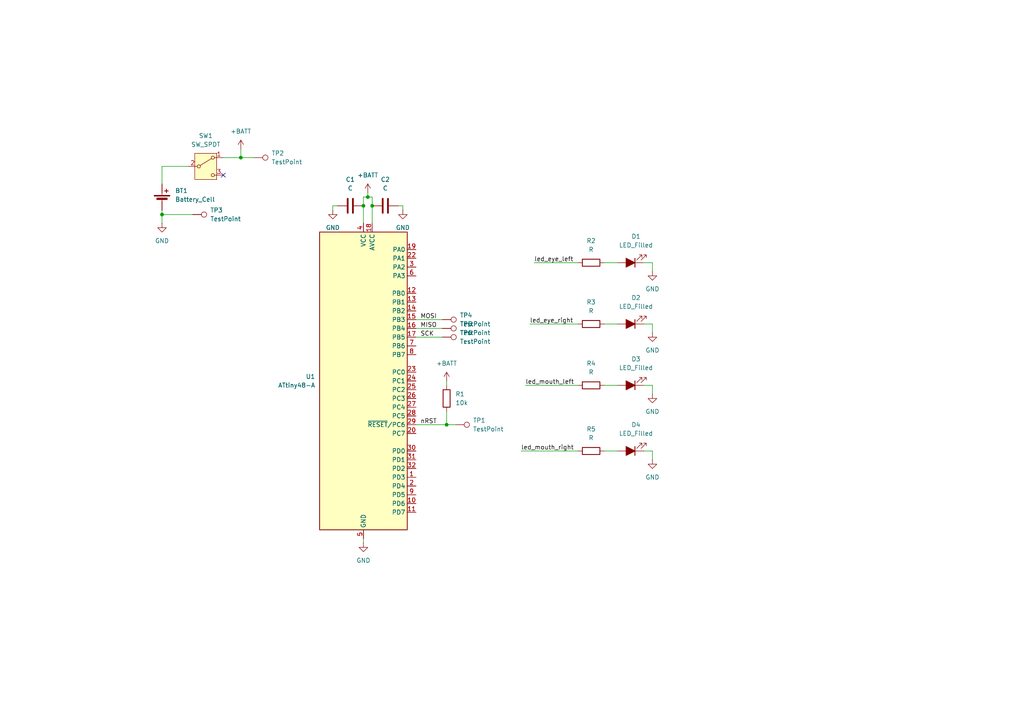
<source format=kicad_sch>
(kicad_sch (version 20231120) (generator "eeschema") (generator_version "8.0")
  (paper "A4")
  (lib_symbols
    (symbol "Connector:TestPoint" (pin_numbers hide) (pin_names (offset 0.762) hide)
      (property "Reference" "TP" (at 0 6.858 0))
      (property "Value" "TestPoint" (at 0 5.08 0))
      (symbol "TestPoint_0_1"
        (circle (center 0 3.302) (radius 0.762))
      )
      (symbol "TestPoint_1_1"
        (pin passive line (at 0 0 90) (length 2.54) (name "1") (number "1"))
      )
    )
    (symbol "Device:Battery_Cell" (pin_numbers hide) (pin_names (offset 0) hide)
      (property "Reference" "BT" (at 2.54 2.54 0))
      (property "Value" "Battery_Cell" (at 2.54 0 0))
      (symbol "Battery_Cell_0_1"
        (rectangle (start -2.286 1.778) (end 2.286 1.524) (fill (type outline)))
        (rectangle (start -1.524 1.016) (end 1.524 0.508) (fill (type outline)))
        (polyline (pts (xy 0 0.762) (xy 0 0)))
        (polyline (pts (xy 0 1.778) (xy 0 2.54)))
        (polyline (pts (xy 0.762 3.048) (xy 1.778 3.048)) (stroke (width 0.254)))
        (polyline (pts (xy 1.27 3.556) (xy 1.27 2.54)) (stroke (width 0.254)))
      )
      (symbol "Battery_Cell_1_1"
        (pin passive line (at 0 5.08 270) (length 2.54) (name "+") (number "1"))
        (pin passive line (at 0 -2.54 90) (length 2.54) (name "-") (number "2"))
      )
    )
    (symbol "Device:C" (pin_numbers hide) (pin_names (offset 0.254))
      (property "Reference" "C" (at 0.635 2.54 0))
      (property "Value" "C" (at 0.635 -2.54 0))
      (symbol "C_0_1"
        (polyline (pts (xy -2.032 -0.762) (xy 2.032 -0.762)) (stroke (width 0.508)))
        (polyline (pts (xy -2.032 0.762) (xy 2.032 0.762)) (stroke (width 0.508)))
      )
      (symbol "C_1_1"
        (pin passive line (at 0 3.81 270) (length 2.794) (name "~") (number "1"))
        (pin passive line (at 0 -3.81 90) (length 2.794) (name "~") (number "2"))
      )
    )
    (symbol "Device:LED_Filled" (pin_numbers hide) (pin_names (offset 1.016) hide)
      (property "Reference" "D" (at 0 2.54 0))
      (property "Value" "LED_Filled" (at 0 -2.54 0))
      (symbol "LED_Filled_0_1"
        (polyline (pts (xy -1.27 -1.27) (xy -1.27 1.27)) (stroke (width 0.254)))
        (polyline (pts (xy -1.27 0) (xy 1.27 0)))
        (polyline (pts (xy 1.27 -1.27) (xy 1.27 1.27) (xy -1.27 0) (xy 1.27 -1.27)) (stroke (width 0.254)) (fill (type outline)))
        (polyline (pts (xy -3.048 -0.762) (xy -4.572 -2.286) (xy -3.81 -2.286) (xy -4.572 -2.286) (xy -4.572 -1.524)))
        (polyline (pts (xy -1.778 -0.762) (xy -3.302 -2.286) (xy -2.54 -2.286) (xy -3.302 -2.286) (xy -3.302 -1.524)))
      )
      (symbol "LED_Filled_1_1"
        (pin passive line (at -3.81 0 0) (length 2.54) (name "K") (number "1"))
        (pin passive line (at 3.81 0 180) (length 2.54) (name "A") (number "2"))
      )
    )
    (symbol "Device:R" (pin_numbers hide) (pin_names (offset 0))
      (property "Reference" "R" (at 2.032 0 90))
      (property "Value" "R" (at 0 0 90))
      (symbol "R_0_1"
        (rectangle (start -1.016 -2.54) (end 1.016 2.54) (stroke (width 0.254)))
      )
      (symbol "R_1_1"
        (pin passive line (at 0 3.81 270) (length 1.27) (name "~") (number "1"))
        (pin passive line (at 0 -3.81 90) (length 1.27) (name "~") (number "2"))
      )
    )
    (symbol "MCU_Microchip_ATtiny:ATtiny48-A"
      (property "Reference" "U" (at -12.7 44.45 0))
      (property "Value" "ATtiny48-A" (at 2.54 -44.45 0))
      (symbol "ATtiny48-A_0_1"
        (rectangle (start -12.7 -43.18) (end 12.7 43.18) (stroke (width 0.254)) (fill (type background)))
      )
      (symbol "ATtiny48-A_1_1"
        (pin bidirectional line (at 15.24 -27.94 180) (length 2.54) (name "PD3") (number "1"))
        (pin bidirectional line (at 15.24 -35.56 180) (length 2.54) (name "PD6") (number "10"))
        (pin bidirectional line (at 15.24 -38.1 180) (length 2.54) (name "PD7") (number "11"))
        (pin bidirectional line (at 15.24 25.4 180) (length 2.54) (name "PB0") (number "12"))
        (pin bidirectional line (at 15.24 22.86 180) (length 2.54) (name "PB1") (number "13"))
        (pin bidirectional line (at 15.24 20.32 180) (length 2.54) (name "PB2") (number "14"))
        (pin bidirectional line (at 15.24 17.78 180) (length 2.54) (name "PB3") (number "15"))
        (pin bidirectional line (at 15.24 15.24 180) (length 2.54) (name "PB4") (number "16"))
        (pin bidirectional line (at 15.24 12.7 180) (length 2.54) (name "PB5") (number "17"))
        (pin power_in line (at 2.54 45.72 270) (length 2.54) (name "AVCC") (number "18"))
        (pin bidirectional line (at 15.24 38.1 180) (length 2.54) (name "PA0") (number "19"))
        (pin bidirectional line (at 15.24 -30.48 180) (length 2.54) (name "PD4") (number "2"))
        (pin bidirectional line (at 15.24 -15.24 180) (length 2.54) (name "PC7") (number "20"))
        (pin passive line (at 0 -45.72 90) (length 2.54) hide (name "GND") (number "21"))
        (pin bidirectional line (at 15.24 35.56 180) (length 2.54) (name "PA1") (number "22"))
        (pin bidirectional line (at 15.24 2.54 180) (length 2.54) (name "PC0") (number "23"))
        (pin bidirectional line (at 15.24 0 180) (length 2.54) (name "PC1") (number "24"))
        (pin bidirectional line (at 15.24 -2.54 180) (length 2.54) (name "PC2") (number "25"))
        (pin bidirectional line (at 15.24 -5.08 180) (length 2.54) (name "PC3") (number "26"))
        (pin bidirectional line (at 15.24 -7.62 180) (length 2.54) (name "PC4") (number "27"))
        (pin bidirectional line (at 15.24 -10.16 180) (length 2.54) (name "PC5") (number "28"))
        (pin bidirectional line (at 15.24 -12.7 180) (length 2.54) (name "~{RESET}/PC6") (number "29"))
        (pin bidirectional line (at 15.24 33.02 180) (length 2.54) (name "PA2") (number "3"))
        (pin bidirectional line (at 15.24 -20.32 180) (length 2.54) (name "PD0") (number "30"))
        (pin bidirectional line (at 15.24 -22.86 180) (length 2.54) (name "PD1") (number "31"))
        (pin bidirectional line (at 15.24 -25.4 180) (length 2.54) (name "PD2") (number "32"))
        (pin power_in line (at 0 45.72 270) (length 2.54) (name "VCC") (number "4"))
        (pin power_in line (at 0 -45.72 90) (length 2.54) (name "GND") (number "5"))
        (pin bidirectional line (at 15.24 30.48 180) (length 2.54) (name "PA3") (number "6"))
        (pin bidirectional line (at 15.24 10.16 180) (length 2.54) (name "PB6") (number "7"))
        (pin bidirectional line (at 15.24 7.62 180) (length 2.54) (name "PB7") (number "8"))
        (pin bidirectional line (at 15.24 -33.02 180) (length 2.54) (name "PD5") (number "9"))
      )
    )
    (symbol "Switch:SW_SPDT" (pin_names (offset 0) hide)
      (property "Reference" "SW" (at 0 5.08 0))
      (property "Value" "SW_SPDT" (at 0 -5.08 0))
      (symbol "SW_SPDT_0_1"
        (circle (center -2.032 0) (radius 0.4572))
        (polyline (pts (xy -1.651 0.254) (xy 1.651 2.286)))
        (circle (center 2.032 -2.54) (radius 0.4572))
        (circle (center 2.032 2.54) (radius 0.4572))
      )
      (symbol "SW_SPDT_1_1"
        (rectangle (start -3.175 3.81) (end 3.175 -3.81) (fill (type background)))
        (pin passive line (at 5.08 2.54 180) (length 2.54) (name "A") (number "1"))
        (pin passive line (at -5.08 0 0) (length 2.54) (name "B") (number "2"))
        (pin passive line (at 5.08 -2.54 180) (length 2.54) (name "C") (number "3"))
      )
    )
    (symbol "power:+BATT" (power) (pin_numbers hide) (pin_names (offset 0) hide)
      (property "Value" "+BATT" (at 0 3.556 0))
      (symbol "+BATT_0_1"
        (polyline (pts (xy -0.762 1.27) (xy 0 2.54)))
        (polyline (pts (xy 0 0) (xy 0 2.54)))
        (polyline (pts (xy 0 2.54) (xy 0.762 1.27)))
      )
      (symbol "+BATT_1_1"
        (pin power_in line (at 0 0 90) (length 0) (name "~") (number "1"))
      )
    )
    (symbol "power:GND" (power) (pin_numbers hide) (pin_names (offset 0) hide)
      (property "Value" "GND" (at 0 -3.81 0))
      (symbol "GND_0_1"
        (polyline (pts (xy 0 0) (xy 0 -1.27) (xy 1.27 -1.27) (xy 0 -2.54) (xy -1.27 -1.27) (xy 0 -1.27)))
      )
      (symbol "GND_1_1"
        (pin power_in line (at 0 0 270) (length 0) (name "~") (number "1"))
      )
    )
  )
  (junction (at 129.54 123.19))
  (junction (at 46.99 62.23))
  (junction (at 105.41 59.69))
  (junction (at 106.68 57.15))
  (junction (at 69.85 45.72))
  (junction (at 107.95 59.69))
  (no_connect (at 64.77 50.8))
  (wire (pts (xy 46.99 62.23) (xy 46.99 64.77)))
  (wire (pts (xy 116.84 59.69) (xy 116.84 60.96)))
  (wire (pts (xy 129.54 123.19) (xy 132.08 123.19)))
  (wire (pts (xy 175.26 130.81) (xy 179.07 130.81)))
  (wire (pts (xy 46.99 53.34) (xy 46.99 48.26)))
  (wire (pts (xy 186.69 111.76) (xy 189.23 111.76)))
  (wire (pts (xy 186.69 76.2) (xy 189.23 76.2)))
  (wire (pts (xy 46.99 60.96) (xy 46.99 62.23)))
  (wire (pts (xy 115.57 59.69) (xy 116.84 59.69)))
  (wire (pts (xy 189.23 93.98) (xy 189.23 96.52)))
  (wire (pts (xy 175.26 76.2) (xy 179.07 76.2)))
  (wire (pts (xy 64.77 45.72) (xy 69.85 45.72)))
  (wire (pts (xy 96.52 59.69) (xy 96.52 60.96)))
  (wire (pts (xy 107.95 59.69) (xy 107.95 57.15)))
  (wire (pts (xy 129.54 123.19) (xy 129.54 119.38)))
  (wire (pts (xy 120.65 123.19) (xy 129.54 123.19)))
  (wire (pts (xy 175.26 111.76) (xy 179.07 111.76)))
  (wire (pts (xy 189.23 76.2) (xy 189.23 78.74)))
  (wire (pts (xy 154.94 76.2) (xy 167.64 76.2)))
  (wire (pts (xy 105.41 59.69) (xy 105.41 57.15)))
  (wire (pts (xy 69.85 45.72) (xy 69.85 43.18)))
  (wire (pts (xy 69.85 45.72) (xy 73.66 45.72)))
  (wire (pts (xy 46.99 48.26) (xy 54.61 48.26)))
  (wire (pts (xy 106.68 55.88) (xy 106.68 57.15)))
  (wire (pts (xy 129.54 110.49) (xy 129.54 111.76)))
  (wire (pts (xy 107.95 59.69) (xy 107.95 64.77)))
  (wire (pts (xy 189.23 111.76) (xy 189.23 114.3)))
  (wire (pts (xy 186.69 93.98) (xy 189.23 93.98)))
  (wire (pts (xy 46.99 62.23) (xy 55.88 62.23)))
  (wire (pts (xy 120.65 97.79) (xy 128.27 97.79)))
  (wire (pts (xy 120.65 95.25) (xy 128.27 95.25)))
  (wire (pts (xy 105.41 57.15) (xy 106.68 57.15)))
  (wire (pts (xy 120.65 92.71) (xy 128.27 92.71)))
  (wire (pts (xy 153.67 93.98) (xy 167.64 93.98)))
  (wire (pts (xy 105.41 156.21) (xy 105.41 157.48)))
  (wire (pts (xy 105.41 59.69) (xy 105.41 64.77)))
  (wire (pts (xy 152.4 111.76) (xy 167.64 111.76)))
  (wire (pts (xy 186.69 130.81) (xy 189.23 130.81)))
  (wire (pts (xy 97.79 59.69) (xy 96.52 59.69)))
  (wire (pts (xy 175.26 93.98) (xy 179.07 93.98)))
  (wire (pts (xy 189.23 130.81) (xy 189.23 133.35)))
  (wire (pts (xy 107.95 57.15) (xy 106.68 57.15)))
  (wire (pts (xy 151.13 130.81) (xy 167.64 130.81)))
  (label "led_mouth_right" (at 151.13 130.81 0))
  (label "MISO" (at 121.92 95.25 0))
  (label "nRST" (at 121.92 123.19 0))
  (label "SCK" (at 121.92 97.79 0))
  (label "MOSI" (at 121.92 92.71 0))
  (label "led_eye_left" (at 154.94 76.2 0))
  (label "led_eye_right" (at 153.67 93.98 0))
  (label "led_mouth_left" (at 152.4 111.76 0))
  (symbol (lib_id "power:GND") (at 189.23 114.3 0) (unit 1)
    (property "Reference" "#PWR010" (effects (hide yes)))
    (property "Value" "GND" (at 189.23 119.38 0))
    (property "Description" "Power symbol creates a global label with name \"GND\" , ground" (effects (hide yes)))
  )
  (symbol (lib_id "Device:LED_Filled") (at 182.88 93.98 180) (unit 1)
    (property "Reference" "D2" (at 184.4675 86.36 0))
    (property "Value" "LED_Filled" (at 184.4675 88.9 0))
    (property "Footprint" "LED_SMD:LED_0603_1608Metric_Pad1.05x0.95mm_HandSolder" (effects (hide yes)))
    (property "Description" "Light emitting diode, filled shape" (effects (hide yes)))
  )
  (symbol (lib_id "Device:R") (at 171.45 111.76 90) (unit 1)
    (property "Reference" "R4" (at 171.45 105.41 90))
    (property "Value" "R" (at 171.45 107.95 90))
    (property "Footprint" "Resistor_SMD:R_0805_2012Metric_Pad1.20x1.40mm_HandSolder" (effects (hide yes)))
    (property "Description" "Resistor" (effects (hide yes)))
  )
  (symbol (lib_id "Connector:TestPoint") (at 128.27 92.71 270) (unit 1)
    (property "Reference" "TP4" (at 133.35 91.4399 90) (effects (justify left)))
    (property "Value" "TestPoint" (at 133.35 93.9799 90) (effects (justify left)))
    (property "Footprint" "TestPoint:TestPoint_Pad_1.5x1.5mm" (effects (hide yes)))
    (property "Description" "test point" (effects (hide yes)))
  )
  (symbol (lib_id "Device:C") (at 111.76 59.69 90) (unit 1)
    (property "Reference" "C2" (at 111.76 52.07 90))
    (property "Value" "C" (at 111.76 54.61 90))
    (property "Footprint" "Capacitor_SMD:C_0805_2012Metric_Pad1.18x1.45mm_HandSolder" (effects (hide yes)))
    (property "Description" "Unpolarized capacitor" (effects (hide yes)))
  )
  (symbol (lib_id "Device:LED_Filled") (at 182.88 111.76 180) (unit 1)
    (property "Reference" "D3" (at 184.4675 104.14 0))
    (property "Value" "LED_Filled" (at 184.4675 106.68 0))
    (property "Footprint" "LED_SMD:LED_0603_1608Metric_Pad1.05x0.95mm_HandSolder" (effects (hide yes)))
    (property "Description" "Light emitting diode, filled shape" (effects (hide yes)))
  )
  (symbol (lib_id "power:GND") (at 116.84 60.96 0) (unit 1)
    (property "Reference" "#PWR06" (effects (hide yes)))
    (property "Value" "GND" (at 116.84 66.04 0))
    (property "Description" "Power symbol creates a global label with name \"GND\" , ground" (effects (hide yes)))
  )
  (symbol (lib_id "Device:C") (at 101.6 59.69 90) (unit 1)
    (property "Reference" "C1" (at 101.6 52.07 90))
    (property "Value" "C" (at 101.6 54.61 90))
    (property "Footprint" "Capacitor_SMD:C_0805_2012Metric_Pad1.18x1.45mm_HandSolder" (effects (hide yes)))
    (property "Description" "Unpolarized capacitor" (effects (hide yes)))
  )
  (symbol (lib_id "Device:LED_Filled") (at 182.88 130.81 180) (unit 1)
    (property "Reference" "D4" (at 184.4675 123.19 0))
    (property "Value" "LED_Filled" (at 184.4675 125.73 0))
    (property "Footprint" "LED_SMD:LED_0603_1608Metric_Pad1.05x0.95mm_HandSolder" (effects (hide yes)))
    (property "Description" "Light emitting diode, filled shape" (effects (hide yes)))
  )
  (symbol (lib_id "power:GND") (at 105.41 157.48 0) (unit 1)
    (property "Reference" "#PWR02" (effects (hide yes)))
    (property "Value" "GND" (at 105.41 162.56 0))
    (property "Description" "Power symbol creates a global label with name \"GND\" , ground" (effects (hide yes)))
  )
  (symbol (lib_id "Connector:TestPoint") (at 73.66 45.72 270) (unit 1)
    (property "Reference" "TP2" (at 78.74 44.4499 90) (effects (justify left)))
    (property "Value" "TestPoint" (at 78.74 46.9899 90) (effects (justify left)))
    (property "Footprint" "TestPoint:TestPoint_Pad_1.5x1.5mm" (effects (hide yes)))
    (property "Description" "test point" (effects (hide yes)))
  )
  (symbol (lib_id "power:GND") (at 189.23 133.35 0) (unit 1)
    (property "Reference" "#PWR011" (effects (hide yes)))
    (property "Value" "GND" (at 189.23 138.43 0))
    (property "Description" "Power symbol creates a global label with name \"GND\" , ground" (effects (hide yes)))
  )
  (symbol (lib_id "Device:Battery_Cell") (at 46.99 58.42 0) (unit 1)
    (property "Reference" "BT1" (at 50.8 55.3084 0) (effects (justify left)))
    (property "Value" "Battery_Cell" (at 50.8 57.8484 0) (effects (justify left)))
    (property "Footprint" "Battery:BatteryHolder_Keystone_3002_1x2032" (effects (hide yes)))
    (property "Description" "Single-cell battery" (effects (hide yes)))
  )
  (symbol (lib_id "Device:R") (at 171.45 76.2 90) (unit 1)
    (property "Reference" "R2" (at 171.45 69.85 90))
    (property "Value" "R" (at 171.45 72.39 90))
    (property "Footprint" "Resistor_SMD:R_0805_2012Metric_Pad1.20x1.40mm_HandSolder" (effects (hide yes)))
    (property "Description" "Resistor" (effects (hide yes)))
  )
  (symbol (lib_id "Device:R") (at 129.54 115.57 0) (unit 1)
    (property "Reference" "R1" (at 132.08 114.2999 0) (effects (justify left)))
    (property "Value" "10k" (at 132.08 116.8399 0) (effects (justify left)))
    (property "Footprint" "Resistor_SMD:R_0805_2012Metric_Pad1.20x1.40mm_HandSolder" (effects (hide yes)))
    (property "Description" "Resistor" (effects (hide yes)))
  )
  (symbol (lib_id "Device:R") (at 171.45 130.81 90) (unit 1)
    (property "Reference" "R5" (at 171.45 124.46 90))
    (property "Value" "R" (at 171.45 127 90))
    (property "Footprint" "Resistor_SMD:R_0805_2012Metric_Pad1.20x1.40mm_HandSolder" (effects (hide yes)))
    (property "Description" "Resistor" (effects (hide yes)))
  )
  (symbol (lib_id "power:GND") (at 46.99 64.77 0) (unit 1)
    (property "Reference" "#PWR01" (effects (hide yes)))
    (property "Value" "GND" (at 46.99 69.85 0))
    (property "Description" "Power symbol creates a global label with name \"GND\" , ground" (effects (hide yes)))
  )
  (symbol (lib_id "power:GND") (at 96.52 60.96 0) (unit 1)
    (property "Reference" "#PWR05" (effects (hide yes)))
    (property "Value" "GND" (at 96.52 66.04 0))
    (property "Description" "Power symbol creates a global label with name \"GND\" , ground" (effects (hide yes)))
  )
  (symbol (lib_id "Device:R") (at 171.45 93.98 90) (unit 1)
    (property "Reference" "R3" (at 171.45 87.63 90))
    (property "Value" "R" (at 171.45 90.17 90))
    (property "Footprint" "Resistor_SMD:R_0805_2012Metric_Pad1.20x1.40mm_HandSolder" (effects (hide yes)))
    (property "Description" "Resistor" (effects (hide yes)))
  )
  (symbol (lib_id "Device:LED_Filled") (at 182.88 76.2 180) (unit 1)
    (property "Reference" "D1" (at 184.4675 68.58 0))
    (property "Value" "LED_Filled" (at 184.4675 71.12 0))
    (property "Footprint" "LED_SMD:LED_0603_1608Metric_Pad1.05x0.95mm_HandSolder" (effects (hide yes)))
    (property "Description" "Light emitting diode, filled shape" (effects (hide yes)))
  )
  (symbol (lib_id "Connector:TestPoint") (at 128.27 97.79 270) (unit 1)
    (property "Reference" "TP6" (at 133.35 96.5199 90) (effects (justify left)))
    (property "Value" "TestPoint" (at 133.35 99.0599 90) (effects (justify left)))
    (property "Footprint" "TestPoint:TestPoint_Pad_1.5x1.5mm" (effects (hide yes)))
    (property "Description" "test point" (effects (hide yes)))
  )
  (symbol (lib_id "Switch:SW_SPDT") (at 59.69 48.26 0) (unit 1)
    (property "Reference" "SW1" (at 59.69 39.37 0))
    (property "Value" "SW_SPDT" (at 59.69 41.91 0))
    (property "Description" "Switch, single pole double throw" (effects (hide yes)))
  )
  (symbol (lib_id "MCU_Microchip_ATtiny:ATtiny48-A") (at 105.41 110.49 0) (unit 1)
    (property "Reference" "U1" (at 91.44 109.2199 0) (effects (justify right)))
    (property "Value" "ATtiny48-A" (at 91.44 111.7599 0) (effects (justify right)))
    (property "Footprint" "Package_QFP:TQFP-32_7x7mm_P0.8mm" (effects (hide yes)))
    (property "Datasheet" "http://ww1.microchip.com/downloads/en/DeviceDoc/doc8008.pdf" (effects (hide yes)))
    (property "Description" "12MHz, 4kB Flash, 256B SRAM, 64B EEPROM, TQFP-32" (effects (hide yes)))
  )
  (symbol (lib_id "power:+BATT") (at 129.54 110.49 0) (unit 1)
    (property "Reference" "#PWR07" (effects (hide yes)))
    (property "Value" "+BATT" (at 129.54 105.41 0))
    (property "Description" "Power symbol creates a global label with name \"+BATT\"" (effects (hide yes)))
  )
  (symbol (lib_id "power:GND") (at 189.23 96.52 0) (unit 1)
    (property "Reference" "#PWR09" (effects (hide yes)))
    (property "Value" "GND" (at 189.23 101.6 0))
    (property "Description" "Power symbol creates a global label with name \"GND\" , ground" (effects (hide yes)))
  )
  (symbol (lib_id "Connector:TestPoint") (at 128.27 95.25 270) (unit 1)
    (property "Reference" "TP5" (at 133.35 93.9799 90) (effects (justify left)))
    (property "Value" "TestPoint" (at 133.35 96.5199 90) (effects (justify left)))
    (property "Footprint" "TestPoint:TestPoint_Pad_1.5x1.5mm" (effects (hide yes)))
    (property "Description" "test point" (effects (hide yes)))
  )
  (symbol (lib_id "power:GND") (at 189.23 78.74 0) (unit 1)
    (property "Reference" "#PWR08" (effects (hide yes)))
    (property "Value" "GND" (at 189.23 83.82 0))
    (property "Description" "Power symbol creates a global label with name \"GND\" , ground" (effects (hide yes)))
  )
  (symbol (lib_id "Connector:TestPoint") (at 55.88 62.23 270) (unit 1)
    (property "Reference" "TP3" (at 60.96 60.9599 90) (effects (justify left)))
    (property "Value" "TestPoint" (at 60.96 63.4999 90) (effects (justify left)))
    (property "Footprint" "TestPoint:TestPoint_Pad_1.5x1.5mm" (effects (hide yes)))
    (property "Description" "test point" (effects (hide yes)))
  )
  (symbol (lib_id "Connector:TestPoint") (at 132.08 123.19 270) (unit 1)
    (property "Reference" "TP1" (at 137.16 121.9199 90) (effects (justify left)))
    (property "Value" "TestPoint" (at 137.16 124.4599 90) (effects (justify left)))
    (property "Footprint" "TestPoint:TestPoint_Pad_1.5x1.5mm" (effects (hide yes)))
    (property "Description" "test point" (effects (hide yes)))
  )
  (symbol (lib_id "power:+BATT") (at 106.68 55.88 0) (unit 1)
    (property "Reference" "#PWR04" (effects (hide yes)))
    (property "Value" "+BATT" (at 106.68 50.8 0))
    (property "Description" "Power symbol creates a global label with name \"+BATT\"" (effects (hide yes)))
  )
  (symbol (lib_id "power:+BATT") (at 69.85 43.18 0) (unit 1)
    (property "Reference" "#PWR03" (effects (hide yes)))
    (property "Value" "+BATT" (at 69.85 38.1 0))
    (property "Description" "Power symbol creates a global label with name \"+BATT\"" (effects (hide yes)))
  )
)
</source>
